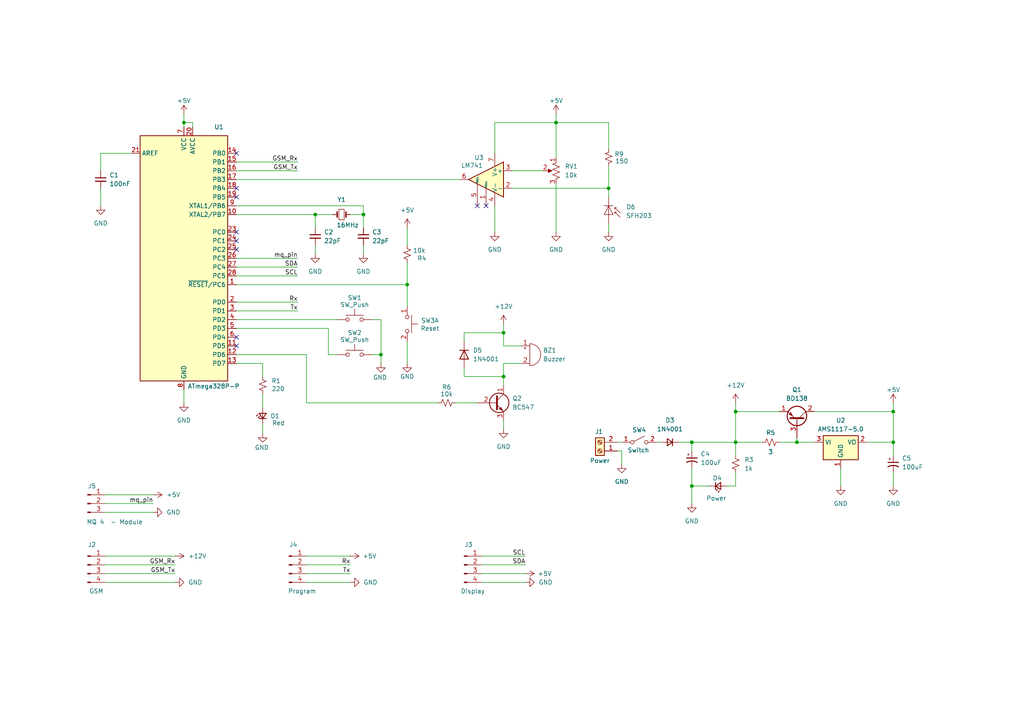
<source format=kicad_sch>
(kicad_sch (version 20231120) (generator "eeschema") (generator_version "8.0")
  (paper "A4")
  (lib_symbols
    (symbol "Amplifier_Operational:LM741" (pin_names (offset 0.127))
      (property "Reference" "U" (at 0 6.35 0))
      (property "Value" "LM741" (at 0 3.81 0))
      (symbol "LM741_0_1"
        (polyline (pts (xy -5.08 5.08) (xy 5.08 0) (xy -5.08 -5.08) (xy -5.08 5.08)) (stroke (width 0.254)) (fill (type background)))
      )
      (symbol "LM741_1_1"
        (pin input line (at 0 -7.62 90) (length 5.08) (name "NULL") (number "1"))
        (pin input line (at -7.62 -2.54 0) (length 2.54) (name "-") (number "2"))
        (pin input line (at -7.62 2.54 0) (length 2.54) (name "+") (number "3"))
        (pin power_in line (at -2.54 -7.62 90) (length 3.81) (name "V-") (number "4"))
        (pin input line (at 2.54 -7.62 90) (length 6.35) (name "NULL") (number "5"))
        (pin output line (at 7.62 0 180) (length 2.54) (name "~") (number "6"))
        (pin power_in line (at -2.54 7.62 270) (length 3.81) (name "V+") (number "7"))
        (pin no_connect line (at 0 2.54 270) (length 2.54) hide (name "NC") (number "8"))
      )
    )
    (symbol "Connector:Conn_01x03_Pin" (pin_names (offset 1.016) hide)
      (property "Reference" "J" (at 0 5.08 0))
      (property "Value" "Conn_01x03_Pin" (at 0 -5.08 0))
      (symbol "Conn_01x03_Pin_1_1"
        (polyline (pts (xy 1.27 -2.54) (xy 0.8636 -2.54)) (stroke (width 0.1524)))
        (polyline (pts (xy 1.27 0) (xy 0.8636 0)) (stroke (width 0.1524)))
        (polyline (pts (xy 1.27 2.54) (xy 0.8636 2.54)) (stroke (width 0.1524)))
        (rectangle (start 0.8636 -2.413) (end 0 -2.667) (stroke (width 0.1524)) (fill (type outline)))
        (rectangle (start 0.8636 0.127) (end 0 -0.127) (stroke (width 0.1524)) (fill (type outline)))
        (rectangle (start 0.8636 2.667) (end 0 2.413) (stroke (width 0.1524)) (fill (type outline)))
        (pin passive line (at 5.08 2.54 180) (length 3.81) (name "Pin_1") (number "1"))
        (pin passive line (at 5.08 0 180) (length 3.81) (name "Pin_2") (number "2"))
        (pin passive line (at 5.08 -2.54 180) (length 3.81) (name "Pin_3") (number "3"))
      )
    )
    (symbol "Connector:Conn_01x04_Pin" (pin_names (offset 1.016) hide)
      (property "Reference" "J" (at 0 5.08 0))
      (property "Value" "Conn_01x04_Pin" (at 0 -7.62 0))
      (symbol "Conn_01x04_Pin_1_1"
        (polyline (pts (xy 1.27 -5.08) (xy 0.8636 -5.08)) (stroke (width 0.1524)))
        (polyline (pts (xy 1.27 -2.54) (xy 0.8636 -2.54)) (stroke (width 0.1524)))
        (polyline (pts (xy 1.27 0) (xy 0.8636 0)) (stroke (width 0.1524)))
        (polyline (pts (xy 1.27 2.54) (xy 0.8636 2.54)) (stroke (width 0.1524)))
        (rectangle (start 0.8636 -4.953) (end 0 -5.207) (stroke (width 0.1524)) (fill (type outline)))
        (rectangle (start 0.8636 -2.413) (end 0 -2.667) (stroke (width 0.1524)) (fill (type outline)))
        (rectangle (start 0.8636 0.127) (end 0 -0.127) (stroke (width 0.1524)) (fill (type outline)))
        (rectangle (start 0.8636 2.667) (end 0 2.413) (stroke (width 0.1524)) (fill (type outline)))
        (pin passive line (at 5.08 2.54 180) (length 3.81) (name "Pin_1") (number "1"))
        (pin passive line (at 5.08 0 180) (length 3.81) (name "Pin_2") (number "2"))
        (pin passive line (at 5.08 -2.54 180) (length 3.81) (name "Pin_3") (number "3"))
        (pin passive line (at 5.08 -5.08 180) (length 3.81) (name "Pin_4") (number "4"))
      )
    )
    (symbol "Connector:Screw_Terminal_01x02" (pin_names (offset 1.016) hide)
      (property "Reference" "J" (at 0 2.54 0))
      (property "Value" "Screw_Terminal_01x02" (at 0 -5.08 0))
      (symbol "Screw_Terminal_01x02_1_1"
        (rectangle (start -1.27 1.27) (end 1.27 -3.81) (stroke (width 0.254)) (fill (type background)))
        (circle (center 0 -2.54) (radius 0.635) (stroke (width 0.1524)))
        (polyline (pts (xy -0.5334 -2.2098) (xy 0.3302 -3.048)) (stroke (width 0.1524)))
        (polyline (pts (xy -0.5334 0.3302) (xy 0.3302 -0.508)) (stroke (width 0.1524)))
        (polyline (pts (xy -0.3556 -2.032) (xy 0.508 -2.8702)) (stroke (width 0.1524)))
        (polyline (pts (xy -0.3556 0.508) (xy 0.508 -0.3302)) (stroke (width 0.1524)))
        (circle (center 0 0) (radius 0.635) (stroke (width 0.1524)))
        (pin passive line (at -5.08 0 0) (length 3.81) (name "Pin_1") (number "1"))
        (pin passive line (at -5.08 -2.54 0) (length 3.81) (name "Pin_2") (number "2"))
      )
    )
    (symbol "Device:Buzzer" (pin_names (offset 0.0254) hide)
      (property "Reference" "BZ" (at 3.81 1.27 0))
      (property "Value" "Buzzer" (at 3.81 -1.27 0))
      (symbol "Buzzer_0_1"
        (arc (start 0 -3.175) (mid 3.1612 0) (end 0 3.175))
        (polyline (pts (xy -1.651 1.905) (xy -1.143 1.905)))
        (polyline (pts (xy -1.397 2.159) (xy -1.397 1.651)))
        (polyline (pts (xy 0 3.175) (xy 0 -3.175)))
      )
      (symbol "Buzzer_1_1"
        (pin passive line (at -2.54 2.54 0) (length 2.54) (name "+") (number "1"))
        (pin passive line (at -2.54 -2.54 0) (length 2.54) (name "-") (number "2"))
      )
    )
    (symbol "Device:C_Polarized_Small_US" (pin_numbers hide) (pin_names (offset 0.254) hide)
      (property "Reference" "C" (at 0.254 1.778 0))
      (property "Value" "C_Polarized_Small_US" (at 0.254 -2.032 0))
      (symbol "C_Polarized_Small_US_0_1"
        (polyline (pts (xy -1.524 0.508) (xy 1.524 0.508)) (stroke (width 0.3048)))
        (polyline (pts (xy -1.27 1.524) (xy -0.762 1.524)))
        (polyline (pts (xy -1.016 1.27) (xy -1.016 1.778)))
        (arc (start 1.524 -0.762) (mid 0 -0.3734) (end -1.524 -0.762) (stroke (width 0.3048)))
      )
      (symbol "C_Polarized_Small_US_1_1"
        (pin passive line (at 0 2.54 270) (length 2.032) (name "~") (number "1"))
        (pin passive line (at 0 -2.54 90) (length 2.032) (name "~") (number "2"))
      )
    )
    (symbol "Device:C_Small" (pin_numbers hide) (pin_names (offset 0.254) hide)
      (property "Reference" "C" (at 0.254 1.778 0))
      (property "Value" "C_Small" (at 0.254 -2.032 0))
      (symbol "C_Small_0_1"
        (polyline (pts (xy -1.524 -0.508) (xy 1.524 -0.508)) (stroke (width 0.3302)))
        (polyline (pts (xy -1.524 0.508) (xy 1.524 0.508)) (stroke (width 0.3048)))
      )
      (symbol "C_Small_1_1"
        (pin passive line (at 0 2.54 270) (length 2.032) (name "~") (number "1"))
        (pin passive line (at 0 -2.54 90) (length 2.032) (name "~") (number "2"))
      )
    )
    (symbol "Device:Crystal_Small" (pin_numbers hide) (pin_names (offset 1.016) hide)
      (property "Reference" "Y" (at 0 2.54 0))
      (property "Value" "Crystal_Small" (at 0 -2.54 0))
      (symbol "Crystal_Small_0_1"
        (rectangle (start -0.762 -1.524) (end 0.762 1.524))
        (polyline (pts (xy -1.27 -0.762) (xy -1.27 0.762)) (stroke (width 0.381)))
        (polyline (pts (xy 1.27 -0.762) (xy 1.27 0.762)) (stroke (width 0.381)))
      )
      (symbol "Crystal_Small_1_1"
        (pin passive line (at -2.54 0 0) (length 1.27) (name "1") (number "1"))
        (pin passive line (at 2.54 0 180) (length 1.27) (name "2") (number "2"))
      )
    )
    (symbol "Device:D_Small" (pin_numbers hide) (pin_names (offset 0.254) hide)
      (property "Reference" "D" (at -1.27 2.032 0))
      (property "Value" "D_Small" (at -3.81 -2.032 0))
      (symbol "D_Small_0_1"
        (polyline (pts (xy -0.762 -1.016) (xy -0.762 1.016)) (stroke (width 0.254)))
        (polyline (pts (xy -0.762 0) (xy 0.762 0)))
        (polyline (pts (xy 0.762 -1.016) (xy -0.762 0) (xy 0.762 1.016) (xy 0.762 -1.016)) (stroke (width 0.254)))
      )
      (symbol "D_Small_1_1"
        (pin passive line (at -2.54 0 0) (length 1.778) (name "K") (number "1"))
        (pin passive line (at 2.54 0 180) (length 1.778) (name "A") (number "2"))
      )
    )
    (symbol "Device:LED_Small" (pin_numbers hide) (pin_names (offset 0.254) hide)
      (property "Reference" "D" (at -1.27 3.175 0))
      (property "Value" "LED_Small" (at -4.445 -2.54 0))
      (symbol "LED_Small_0_1"
        (polyline (pts (xy -0.762 -1.016) (xy -0.762 1.016)) (stroke (width 0.254)))
        (polyline (pts (xy 1.016 0) (xy -0.762 0)))
        (polyline (pts (xy 0.762 -1.016) (xy -0.762 0) (xy 0.762 1.016) (xy 0.762 -1.016)) (stroke (width 0.254)))
        (polyline (pts (xy 0 0.762) (xy -0.508 1.27) (xy -0.254 1.27) (xy -0.508 1.27) (xy -0.508 1.016)))
        (polyline (pts (xy 0.508 1.27) (xy 0 1.778) (xy 0.254 1.778) (xy 0 1.778) (xy 0 1.524)))
      )
      (symbol "LED_Small_1_1"
        (pin passive line (at -2.54 0 0) (length 1.778) (name "K") (number "1"))
        (pin passive line (at 2.54 0 180) (length 1.778) (name "A") (number "2"))
      )
    )
    (symbol "Device:R_Potentiometer_US" (pin_names (offset 1.016) hide)
      (property "Reference" "RV" (at -4.445 0 90))
      (property "Value" "R_Potentiometer_US" (at -2.54 0 90))
      (symbol "R_Potentiometer_US_0_1"
        (polyline (pts (xy 0 -2.286) (xy 0 -2.54)))
        (polyline (pts (xy 0 2.54) (xy 0 2.286)))
        (polyline (pts (xy 2.54 0) (xy 1.524 0)))
        (polyline (pts (xy 1.143 0) (xy 2.286 0.508) (xy 2.286 -0.508) (xy 1.143 0)) (fill (type outline)))
        (polyline (pts (xy 0 -0.762) (xy 1.016 -1.143) (xy 0 -1.524) (xy -1.016 -1.905) (xy 0 -2.286)))
        (polyline (pts (xy 0 0.762) (xy 1.016 0.381) (xy 0 0) (xy -1.016 -0.381) (xy 0 -0.762)))
        (polyline (pts (xy 0 2.286) (xy 1.016 1.905) (xy 0 1.524) (xy -1.016 1.143) (xy 0 0.762)))
      )
      (symbol "R_Potentiometer_US_1_1"
        (pin passive line (at 0 3.81 270) (length 1.27) (name "1") (number "1"))
        (pin passive line (at 3.81 0 180) (length 1.27) (name "2") (number "2"))
        (pin passive line (at 0 -3.81 90) (length 1.27) (name "3") (number "3"))
      )
    )
    (symbol "Device:R_Small_US" (pin_numbers hide) (pin_names (offset 0.254) hide)
      (property "Reference" "R" (at 0.762 0.508 0))
      (property "Value" "R_Small_US" (at 0.762 -1.016 0))
      (symbol "R_Small_US_1_1"
        (polyline (pts (xy 0 0) (xy 1.016 -0.381) (xy 0 -0.762) (xy -1.016 -1.143) (xy 0 -1.524)))
        (polyline (pts (xy 0 1.524) (xy 1.016 1.143) (xy 0 0.762) (xy -1.016 0.381) (xy 0 0)))
        (pin passive line (at 0 2.54 270) (length 1.016) (name "~") (number "1"))
        (pin passive line (at 0 -2.54 90) (length 1.016) (name "~") (number "2"))
      )
    )
    (symbol "Diode:1N4001" (pin_numbers hide) (pin_names hide)
      (property "Reference" "D" (at 0 2.54 0))
      (property "Value" "1N4001" (at 0 -2.54 0))
      (symbol "1N4001_0_1"
        (polyline (pts (xy -1.27 1.27) (xy -1.27 -1.27)) (stroke (width 0.254)))
        (polyline (pts (xy 1.27 0) (xy -1.27 0)))
        (polyline (pts (xy 1.27 1.27) (xy 1.27 -1.27) (xy -1.27 0) (xy 1.27 1.27)) (stroke (width 0.254)))
      )
      (symbol "1N4001_1_1"
        (pin passive line (at -3.81 0 0) (length 2.54) (name "K") (number "1"))
        (pin passive line (at 3.81 0 180) (length 2.54) (name "A") (number "2"))
      )
    )
    (symbol "MCU_Microchip_ATmega:ATmega328P-P"
      (property "Reference" "U" (at -12.7 36.83 0))
      (property "Value" "ATmega328P-P" (at 2.54 -36.83 0))
      (symbol "ATmega328P-P_0_1"
        (rectangle (start -12.7 -35.56) (end 12.7 35.56) (stroke (width 0.254)) (fill (type background)))
      )
      (symbol "ATmega328P-P_1_1"
        (pin bidirectional line (at 15.24 -7.62 180) (length 2.54) (name "~{RESET}/PC6") (number "1"))
        (pin bidirectional line (at 15.24 12.7 180) (length 2.54) (name "XTAL2/PB7") (number "10"))
        (pin bidirectional line (at 15.24 -25.4 180) (length 2.54) (name "PD5") (number "11"))
        (pin bidirectional line (at 15.24 -27.94 180) (length 2.54) (name "PD6") (number "12"))
        (pin bidirectional line (at 15.24 -30.48 180) (length 2.54) (name "PD7") (number "13"))
        (pin bidirectional line (at 15.24 30.48 180) (length 2.54) (name "PB0") (number "14"))
        (pin bidirectional line (at 15.24 27.94 180) (length 2.54) (name "PB1") (number "15"))
        (pin bidirectional line (at 15.24 25.4 180) (length 2.54) (name "PB2") (number "16"))
        (pin bidirectional line (at 15.24 22.86 180) (length 2.54) (name "PB3") (number "17"))
        (pin bidirectional line (at 15.24 20.32 180) (length 2.54) (name "PB4") (number "18"))
        (pin bidirectional line (at 15.24 17.78 180) (length 2.54) (name "PB5") (number "19"))
        (pin bidirectional line (at 15.24 -12.7 180) (length 2.54) (name "PD0") (number "2"))
        (pin power_in line (at 2.54 38.1 270) (length 2.54) (name "AVCC") (number "20"))
        (pin passive line (at -15.24 30.48 0) (length 2.54) (name "AREF") (number "21"))
        (pin passive line (at 0 -38.1 90) (length 2.54) hide (name "GND") (number "22"))
        (pin bidirectional line (at 15.24 7.62 180) (length 2.54) (name "PC0") (number "23"))
        (pin bidirectional line (at 15.24 5.08 180) (length 2.54) (name "PC1") (number "24"))
        (pin bidirectional line (at 15.24 2.54 180) (length 2.54) (name "PC2") (number "25"))
        (pin bidirectional line (at 15.24 0 180) (length 2.54) (name "PC3") (number "26"))
        (pin bidirectional line (at 15.24 -2.54 180) (length 2.54) (name "PC4") (number "27"))
        (pin bidirectional line (at 15.24 -5.08 180) (length 2.54) (name "PC5") (number "28"))
        (pin bidirectional line (at 15.24 -15.24 180) (length 2.54) (name "PD1") (number "3"))
        (pin bidirectional line (at 15.24 -17.78 180) (length 2.54) (name "PD2") (number "4"))
        (pin bidirectional line (at 15.24 -20.32 180) (length 2.54) (name "PD3") (number "5"))
        (pin bidirectional line (at 15.24 -22.86 180) (length 2.54) (name "PD4") (number "6"))
        (pin power_in line (at 0 38.1 270) (length 2.54) (name "VCC") (number "7"))
        (pin power_in line (at 0 -38.1 90) (length 2.54) (name "GND") (number "8"))
        (pin bidirectional line (at 15.24 15.24 180) (length 2.54) (name "XTAL1/PB6") (number "9"))
      )
    )
    (symbol "Regulator_Linear:AMS1117-5.0"
      (property "Reference" "U" (at -3.81 3.175 0))
      (property "Value" "AMS1117-5.0" (at 0 3.175 0))
      (symbol "AMS1117-5.0_0_1"
        (rectangle (start -5.08 -5.08) (end 5.08 1.905) (stroke (width 0.254)) (fill (type background)))
      )
      (symbol "AMS1117-5.0_1_1"
        (pin power_in line (at 0 -7.62 90) (length 2.54) (name "GND") (number "1"))
        (pin power_out line (at 7.62 0 180) (length 2.54) (name "VO") (number "2"))
        (pin power_in line (at -7.62 0 0) (length 2.54) (name "VI") (number "3"))
      )
    )
    (symbol "Sensor_Optical:SFH203" (pin_numbers hide) (pin_names hide)
      (property "Reference" "D" (at 0.508 1.778 0))
      (property "Value" "SFH203" (at -1.016 -2.794 0))
      (symbol "SFH203_0_1"
        (polyline (pts (xy -2.54 0) (xy 0 0)))
        (polyline (pts (xy -2.54 1.27) (xy -2.54 -1.27)) (stroke (width 0.1524)))
        (polyline (pts (xy -2.032 1.778) (xy -1.524 1.778)))
        (polyline (pts (xy 0 -1.27) (xy 0 1.27)))
        (polyline (pts (xy -0.508 3.302) (xy -2.032 1.778) (xy -2.032 2.286)))
        (polyline (pts (xy 0 1.27) (xy -2.54 0) (xy 0 -1.27)))
        (polyline (pts (xy 0.762 3.302) (xy -0.762 1.778) (xy -0.762 2.286) (xy -0.762 1.778) (xy -0.254 1.778)))
      )
      (symbol "SFH203_1_1"
        (pin passive line (at -5.08 0 0) (length 2.54) (name "K") (number "1"))
        (pin passive line (at 2.54 0 180) (length 2.54) (name "A") (number "2"))
      )
    )
    (symbol "Switch:SW_Push" (pin_numbers hide) (pin_names (offset 1.016) hide)
      (property "Reference" "SW" (at 1.27 2.54 0))
      (property "Value" "SW_Push" (at 0 -1.524 0))
      (symbol "SW_Push_0_1"
        (circle (center -2.032 0) (radius 0.508))
        (polyline (pts (xy 0 1.27) (xy 0 3.048)))
        (polyline (pts (xy 2.54 1.27) (xy -2.54 1.27)))
        (circle (center 2.032 0) (radius 0.508))
        (pin passive line (at -5.08 0 0) (length 2.54) (name "1") (number "1"))
        (pin passive line (at 5.08 0 180) (length 2.54) (name "2") (number "2"))
      )
    )
    (symbol "Switch:SW_Push_Dual_x2" (pin_names (offset 1.016) hide)
      (property "Reference" "SW" (at 1.27 2.54 0))
      (property "Value" "SW_Push_Dual_x2" (at 0 -1.524 0))
      (symbol "SW_Push_Dual_x2_0_1"
        (circle (center -2.032 0) (radius 0.508))
        (polyline (pts (xy 0 1.27) (xy 0 3.048)))
        (polyline (pts (xy 2.54 1.27) (xy -2.54 1.27)))
        (circle (center 2.032 0) (radius 0.508))
      )
      (symbol "SW_Push_Dual_x2_1_1"
        (pin passive line (at -5.08 0 0) (length 2.54) (name "C") (number "1"))
        (pin passive line (at 5.08 0 180) (length 2.54) (name "D") (number "2"))
      )
      (symbol "SW_Push_Dual_x2_2_1"
        (pin passive line (at -5.08 0 0) (length 2.54) (name "C") (number "3"))
        (pin passive line (at 5.08 0 180) (length 2.54) (name "D") (number "4"))
      )
    )
    (symbol "Switch:SW_SPST" (pin_names (offset 0) hide)
      (property "Reference" "SW" (at 0 3.175 0))
      (property "Value" "SW_SPST" (at 0 -2.54 0))
      (symbol "SW_SPST_0_0"
        (circle (center -2.032 0) (radius 0.508))
        (polyline (pts (xy -1.524 0.254) (xy 1.524 1.778)))
        (circle (center 2.032 0) (radius 0.508))
      )
      (symbol "SW_SPST_1_1"
        (pin passive line (at -5.08 0 0) (length 2.54) (name "A") (number "1"))
        (pin passive line (at 5.08 0 180) (length 2.54) (name "B") (number "2"))
      )
    )
    (symbol "Transistor_BJT:BC547" (pin_names (offset 0) hide)
      (property "Reference" "Q" (at 5.08 1.905 0))
      (property "Value" "BC547" (at 5.08 0 0))
      (symbol "BC547_0_1"
        (polyline (pts (xy 0 0) (xy 0.635 0)))
        (polyline (pts (xy 0.635 0.635) (xy 2.54 2.54)))
        (polyline (pts (xy 0.635 -0.635) (xy 2.54 -2.54) (xy 2.54 -2.54)))
        (polyline (pts (xy 0.635 1.905) (xy 0.635 -1.905) (xy 0.635 -1.905)) (stroke (width 0.508)))
        (polyline (pts (xy 1.27 -1.778) (xy 1.778 -1.27) (xy 2.286 -2.286) (xy 1.27 -1.778) (xy 1.27 -1.778)) (fill (type outline)))
        (circle (center 1.27 0) (radius 2.8194) (stroke (width 0.254)))
      )
      (symbol "BC547_1_1"
        (pin passive line (at 2.54 5.08 270) (length 2.54) (name "C") (number "1"))
        (pin input line (at -5.08 0 0) (length 5.08) (name "B") (number "2"))
        (pin passive line (at 2.54 -5.08 90) (length 2.54) (name "E") (number "3"))
      )
    )
    (symbol "Transistor_BJT:BD138" (pin_names (offset 0) hide)
      (property "Reference" "Q" (at 5.08 1.905 0))
      (property "Value" "BD138" (at 5.08 0 0))
      (symbol "BD138_0_1"
        (polyline (pts (xy 0 0) (xy 0.635 0)))
        (polyline (pts (xy 2.54 -2.54) (xy 0.635 -0.635)))
        (polyline (pts (xy 2.54 2.54) (xy 0.635 0.635)))
        (polyline (pts (xy 0.635 1.905) (xy 0.635 -1.905) (xy 0.635 -1.905)) (stroke (width 0.508)) (fill (type outline)))
        (polyline (pts (xy 1.778 -2.286) (xy 2.286 -1.778) (xy 1.27 -1.27) (xy 1.778 -2.286) (xy 1.778 -2.286)) (fill (type outline)))
        (circle (center 1.27 0) (radius 2.8194) (stroke (width 0.3048)))
      )
      (symbol "BD138_1_1"
        (pin passive line (at 2.54 -5.08 90) (length 2.54) (name "E") (number "1"))
        (pin passive line (at 2.54 5.08 270) (length 2.54) (name "C") (number "2"))
        (pin input line (at -5.08 0 0) (length 5.08) (name "B") (number "3"))
      )
    )
    (symbol "power:+12V" (power) (pin_numbers hide) (pin_names (offset 0) hide)
      (property "Value" "+12V" (at 0 3.556 0))
      (symbol "+12V_0_1"
        (polyline (pts (xy -0.762 1.27) (xy 0 2.54)))
        (polyline (pts (xy 0 0) (xy 0 2.54)))
        (polyline (pts (xy 0 2.54) (xy 0.762 1.27)))
      )
      (symbol "+12V_1_1"
        (pin power_in line (at 0 0 90) (length 0) (name "~") (number "1"))
      )
    )
    (symbol "power:+5V" (power) (pin_numbers hide) (pin_names (offset 0) hide)
      (property "Value" "+5V" (at 0 3.556 0))
      (symbol "+5V_0_1"
        (polyline (pts (xy -0.762 1.27) (xy 0 2.54)))
        (polyline (pts (xy 0 0) (xy 0 2.54)))
        (polyline (pts (xy 0 2.54) (xy 0.762 1.27)))
      )
      (symbol "+5V_1_1"
        (pin power_in line (at 0 0 90) (length 0) (name "~") (number "1"))
      )
    )
    (symbol "power:GND" (power) (pin_numbers hide) (pin_names (offset 0) hide)
      (property "Value" "GND" (at 0 -3.81 0))
      (symbol "GND_0_1"
        (polyline (pts (xy 0 0) (xy 0 -1.27) (xy 1.27 -1.27) (xy 0 -2.54) (xy -1.27 -1.27) (xy 0 -1.27)))
      )
      (symbol "GND_1_1"
        (pin power_in line (at 0 0 270) (length 0) (name "~") (number "1"))
      )
    )
  )
  (junction (at 53.34 35.56))
  (junction (at 91.44 62.23))
  (junction (at 200.66 140.97))
  (junction (at 200.66 128.27))
  (junction (at 259.08 119.38))
  (junction (at 231.14 128.27))
  (junction (at 118.11 82.55))
  (junction (at 146.05 96.52))
  (junction (at 213.36 128.27))
  (junction (at 259.08 128.27))
  (junction (at 110.49 102.87))
  (junction (at 105.41 62.23))
  (junction (at 146.05 109.22))
  (junction (at 161.29 35.56))
  (junction (at 213.36 119.38))
  (junction (at 176.53 54.61))
  (no_connect (at 138.43 59.69))
  (no_connect (at 68.58 97.79))
  (no_connect (at 68.58 57.15))
  (no_connect (at 68.58 44.45))
  (no_connect (at 68.58 67.31))
  (no_connect (at 68.58 69.85))
  (no_connect (at 68.58 54.61))
  (no_connect (at 68.58 100.33))
  (no_connect (at 68.58 72.39))
  (no_connect (at 140.97 59.69))
  (wire (pts (xy 118.11 82.55) (xy 118.11 88.9)))
  (wire (pts (xy 151.13 100.33) (xy 146.05 100.33)))
  (wire (pts (xy 146.05 93.98) (xy 146.05 96.52)))
  (wire (pts (xy 88.9 168.91) (xy 101.6 168.91)))
  (wire (pts (xy 88.9 102.87) (xy 88.9 116.84)))
  (wire (pts (xy 148.59 49.53) (xy 157.48 49.53)))
  (wire (pts (xy 68.58 102.87) (xy 88.9 102.87)))
  (wire (pts (xy 88.9 116.84) (xy 127 116.84)))
  (wire (pts (xy 176.53 48.26) (xy 176.53 54.61)))
  (wire (pts (xy 88.9 166.37) (xy 101.6 166.37)))
  (wire (pts (xy 213.36 119.38) (xy 226.06 119.38)))
  (wire (pts (xy 139.7 163.83) (xy 152.4 163.83)))
  (wire (pts (xy 68.58 87.63) (xy 86.36 87.63)))
  (wire (pts (xy 176.53 54.61) (xy 176.53 57.15)))
  (wire (pts (xy 213.36 140.97) (xy 213.36 137.16)))
  (wire (pts (xy 205.74 140.97) (xy 200.66 140.97)))
  (wire (pts (xy 200.66 128.27) (xy 200.66 130.81)))
  (wire (pts (xy 76.2 105.41) (xy 76.2 109.22)))
  (wire (pts (xy 107.95 102.87) (xy 110.49 102.87)))
  (wire (pts (xy 105.41 71.12) (xy 105.41 73.66)))
  (wire (pts (xy 176.53 64.77) (xy 176.53 67.31)))
  (wire (pts (xy 68.58 105.41) (xy 76.2 105.41)))
  (wire (pts (xy 259.08 137.16) (xy 259.08 140.97)))
  (wire (pts (xy 213.36 128.27) (xy 213.36 132.08)))
  (wire (pts (xy 53.34 35.56) (xy 53.34 36.83)))
  (wire (pts (xy 118.11 99.06) (xy 118.11 105.41)))
  (wire (pts (xy 30.48 161.29) (xy 50.8 161.29)))
  (wire (pts (xy 200.66 140.97) (xy 200.66 135.89)))
  (wire (pts (xy 146.05 105.41) (xy 146.05 109.22)))
  (wire (pts (xy 110.49 102.87) (xy 110.49 105.41)))
  (wire (pts (xy 30.48 163.83) (xy 50.8 163.83)))
  (wire (pts (xy 139.7 168.91) (xy 152.4 168.91)))
  (wire (pts (xy 146.05 100.33) (xy 146.05 96.52)))
  (wire (pts (xy 29.21 44.45) (xy 29.21 49.53)))
  (wire (pts (xy 29.21 54.61) (xy 29.21 59.69)))
  (wire (pts (xy 68.58 74.93) (xy 86.36 74.93)))
  (wire (pts (xy 259.08 128.27) (xy 259.08 132.08)))
  (wire (pts (xy 213.36 128.27) (xy 220.98 128.27)))
  (wire (pts (xy 259.08 116.84) (xy 259.08 119.38)))
  (wire (pts (xy 132.08 116.84) (xy 138.43 116.84)))
  (wire (pts (xy 180.34 128.27) (xy 179.07 128.27)))
  (wire (pts (xy 146.05 121.92) (xy 146.05 124.46)))
  (wire (pts (xy 68.58 95.25) (xy 95.25 95.25)))
  (wire (pts (xy 68.58 52.07) (xy 133.35 52.07)))
  (wire (pts (xy 161.29 33.02) (xy 161.29 35.56)))
  (wire (pts (xy 53.34 113.03) (xy 53.34 116.84)))
  (wire (pts (xy 30.48 148.59) (xy 44.45 148.59)))
  (wire (pts (xy 55.88 35.56) (xy 55.88 36.83)))
  (wire (pts (xy 213.36 119.38) (xy 213.36 128.27)))
  (wire (pts (xy 134.62 106.68) (xy 134.62 109.22)))
  (wire (pts (xy 243.84 135.89) (xy 243.84 140.97)))
  (wire (pts (xy 190.5 128.27) (xy 191.77 128.27)))
  (wire (pts (xy 259.08 119.38) (xy 259.08 128.27)))
  (wire (pts (xy 139.7 166.37) (xy 152.4 166.37)))
  (wire (pts (xy 68.58 62.23) (xy 91.44 62.23)))
  (wire (pts (xy 105.41 62.23) (xy 101.6 62.23)))
  (wire (pts (xy 88.9 163.83) (xy 101.6 163.83)))
  (wire (pts (xy 68.58 77.47) (xy 86.36 77.47)))
  (wire (pts (xy 139.7 161.29) (xy 152.4 161.29)))
  (wire (pts (xy 53.34 33.02) (xy 53.34 35.56)))
  (wire (pts (xy 176.53 54.61) (xy 148.59 54.61)))
  (wire (pts (xy 68.58 90.17) (xy 86.36 90.17)))
  (wire (pts (xy 146.05 109.22) (xy 146.05 111.76)))
  (wire (pts (xy 200.66 140.97) (xy 200.66 146.05)))
  (wire (pts (xy 105.41 59.69) (xy 105.41 62.23)))
  (wire (pts (xy 161.29 35.56) (xy 161.29 45.72)))
  (wire (pts (xy 30.48 146.05) (xy 44.45 146.05)))
  (wire (pts (xy 68.58 59.69) (xy 105.41 59.69)))
  (wire (pts (xy 68.58 82.55) (xy 118.11 82.55)))
  (wire (pts (xy 161.29 53.34) (xy 161.29 67.31)))
  (wire (pts (xy 176.53 43.18) (xy 176.53 35.56)))
  (wire (pts (xy 30.48 143.51) (xy 44.45 143.51)))
  (wire (pts (xy 95.25 95.25) (xy 95.25 102.87)))
  (wire (pts (xy 134.62 96.52) (xy 134.62 99.06)))
  (wire (pts (xy 143.51 59.69) (xy 143.51 67.31)))
  (wire (pts (xy 118.11 82.55) (xy 118.11 76.2)))
  (wire (pts (xy 226.06 128.27) (xy 231.14 128.27)))
  (wire (pts (xy 91.44 62.23) (xy 96.52 62.23)))
  (wire (pts (xy 30.48 168.91) (xy 50.8 168.91)))
  (wire (pts (xy 231.14 128.27) (xy 236.22 128.27)))
  (wire (pts (xy 180.34 130.81) (xy 180.34 134.62)))
  (wire (pts (xy 146.05 96.52) (xy 134.62 96.52)))
  (wire (pts (xy 76.2 114.3) (xy 76.2 118.11)))
  (wire (pts (xy 134.62 109.22) (xy 146.05 109.22)))
  (wire (pts (xy 143.51 35.56) (xy 161.29 35.56)))
  (wire (pts (xy 146.05 105.41) (xy 151.13 105.41)))
  (wire (pts (xy 236.22 119.38) (xy 259.08 119.38)))
  (wire (pts (xy 68.58 49.53) (xy 86.36 49.53)))
  (wire (pts (xy 88.9 161.29) (xy 101.6 161.29)))
  (wire (pts (xy 110.49 92.71) (xy 110.49 102.87)))
  (wire (pts (xy 143.51 44.45) (xy 143.51 35.56)))
  (wire (pts (xy 213.36 116.84) (xy 213.36 119.38)))
  (wire (pts (xy 251.46 128.27) (xy 259.08 128.27)))
  (wire (pts (xy 161.29 35.56) (xy 176.53 35.56)))
  (wire (pts (xy 196.85 128.27) (xy 200.66 128.27)))
  (wire (pts (xy 105.41 62.23) (xy 105.41 66.04)))
  (wire (pts (xy 68.58 92.71) (xy 97.79 92.71)))
  (wire (pts (xy 68.58 80.01) (xy 86.36 80.01)))
  (wire (pts (xy 210.82 140.97) (xy 213.36 140.97)))
  (wire (pts (xy 91.44 62.23) (xy 91.44 66.04)))
  (wire (pts (xy 231.14 127) (xy 231.14 128.27)))
  (wire (pts (xy 179.07 130.81) (xy 180.34 130.81)))
  (wire (pts (xy 76.2 123.19) (xy 76.2 125.73)))
  (wire (pts (xy 95.25 102.87) (xy 97.79 102.87)))
  (wire (pts (xy 53.34 35.56) (xy 55.88 35.56)))
  (wire (pts (xy 68.58 46.99) (xy 86.36 46.99)))
  (wire (pts (xy 118.11 71.12) (xy 118.11 66.04)))
  (wire (pts (xy 30.48 166.37) (xy 50.8 166.37)))
  (wire (pts (xy 38.1 44.45) (xy 29.21 44.45)))
  (wire (pts (xy 91.44 71.12) (xy 91.44 73.66)))
  (wire (pts (xy 200.66 128.27) (xy 213.36 128.27)))
  (wire (pts (xy 107.95 92.71) (xy 110.49 92.71)))
  (label "mq_pin" (at 86.36 74.93 180))
  (label "Rx" (at 86.36 87.63 180))
  (label "Tx" (at 101.6 166.37 180))
  (label "SCL" (at 86.36 80.01 180))
  (label "SDA" (at 152.4 163.83 180))
  (label "GSM_Rx" (at 86.36 46.99 180))
  (label "GSM_Rx" (at 50.8 163.83 180))
  (label "Tx" (at 86.36 90.17 180))
  (label "SCL" (at 152.4 161.29 180))
  (label "mq_pin" (at 44.45 146.05 180))
  (label "GSM_Tx" (at 86.36 49.53 180))
  (label "Rx" (at 101.6 163.83 180))
  (label "SDA" (at 86.36 77.47 180))
  (label "GSM_Tx" (at 50.8 166.37 180))
  (symbol (lib_id "Transistor_BJT:BD138") (at 231.14 121.92 270) (mirror x) (unit 1)
    (property "Reference" "Q1" (at 231.14 113.03 90))
    (property "Value" "BD138" (at 231.14 115.57 90))
    (property "Footprint" "Package_TO_SOT_THT:TO-126-3_Vertical" (effects (hide yes)))
    (property "Datasheet" "http://www.st.com/internet/com/TECHNICAL_RESOURCES/TECHNICAL_LITERATURE/DATASHEET/CD00001225.pdf" (effects (hide yes)))
    (property "Description" "1.5A Ic, 60V Vce, Low Voltage Transistor, TO-126" (effects (hide yes)))
  )
  (symbol (lib_id "power:+5V") (at 44.45 143.51 270) (unit 1)
    (property "Reference" "#PWR021" (effects (hide yes)))
    (property "Value" "+5V" (at 48.26 143.5099 90) (effects (justify left)))
    (property "Description" "Power symbol creates a global label with name \"+5V\"" (effects (hide yes)))
  )
  (symbol (lib_id "power:GND") (at 91.44 73.66 0) (unit 1)
    (property "Reference" "#PWR06" (effects (hide yes)))
    (property "Value" "GND" (at 91.44 78.74 0))
    (property "Description" "Power symbol creates a global label with name \"GND\" , ground" (effects (hide yes)))
  )
  (symbol (lib_id "Device:R_Small_US") (at 76.2 111.76 0) (unit 1)
    (property "Reference" "R1" (at 78.74 110.4899 0) (effects (justify left)))
    (property "Value" "220" (at 78.74 112.776 0) (effects (justify left)))
    (property "Footprint" "Resistor_THT:R_Axial_DIN0207_L6.3mm_D2.5mm_P10.16mm_Horizontal" (effects (hide yes)))
    (property "Description" "Resistor, small US symbol" (effects (hide yes)))
  )
  (symbol (lib_id "Device:C_Small") (at 105.41 68.58 0) (unit 1)
    (property "Reference" "C3" (at 107.95 67.3162 0) (effects (justify left)))
    (property "Value" "22pF" (at 107.95 69.8562 0) (effects (justify left)))
    (property "Footprint" "Capacitor_THT:C_Disc_D3.0mm_W1.6mm_P2.50mm" (effects (hide yes)))
    (property "Description" "Unpolarized capacitor, small symbol" (effects (hide yes)))
  )
  (symbol (lib_id "power:+5V") (at 53.34 33.02 0) (unit 1)
    (property "Reference" "#PWR02" (effects (hide yes)))
    (property "Value" "+5V" (at 53.34 29.21 0))
    (property "Description" "Power symbol creates a global label with name \"+5V\"" (effects (hide yes)))
  )
  (symbol (lib_id "power:GND") (at 152.4 168.91 90) (unit 1)
    (property "Reference" "#PWR022" (effects (hide yes)))
    (property "Value" "GND" (at 156.21 168.9099 90) (effects (justify right)))
    (property "Description" "Power symbol creates a global label with name \"GND\" , ground" (effects (hide yes)))
  )
  (symbol (lib_id "power:GND") (at 101.6 168.91 90) (unit 1)
    (property "Reference" "#PWR024" (effects (hide yes)))
    (property "Value" "GND" (at 105.41 168.9099 90) (effects (justify right)))
    (property "Description" "Power symbol creates a global label with name \"GND\" , ground" (effects (hide yes)))
  )
  (symbol (lib_id "Switch:SW_Push_Dual_x2") (at 118.11 93.98 270) (unit 1)
    (property "Reference" "SW3" (at 124.714 92.964 90))
    (property "Value" "Reset" (at 124.714 95.25 90))
    (property "Footprint" "Button_Switch_THT:SW_PUSH_6mm_H4.3mm" (effects (hide yes)))
    (property "Description" "Push button switch, generic, separate symbols, four pins" (effects (hide yes)))
  )
  (symbol (lib_id "power:GND") (at 44.45 148.59 90) (unit 1)
    (property "Reference" "#PWR026" (effects (hide yes)))
    (property "Value" "GND" (at 48.26 148.5899 90) (effects (justify right)))
    (property "Description" "Power symbol creates a global label with name \"GND\" , ground" (effects (hide yes)))
  )
  (symbol (lib_id "Device:R_Small_US") (at 176.53 45.72 0) (mirror x) (unit 1)
    (property "Reference" "R9" (at 179.578 44.704 0))
    (property "Value" "150" (at 180.34 46.736 0))
    (property "Footprint" "Resistor_THT:R_Axial_DIN0207_L6.3mm_D2.5mm_P10.16mm_Horizontal" (effects (hide yes)))
    (property "Description" "Resistor, small US symbol" (effects (hide yes)))
  )
  (symbol (lib_id "power:GND") (at 143.51 67.31 0) (mirror y) (unit 1)
    (property "Reference" "#PWR027" (effects (hide yes)))
    (property "Value" "GND" (at 143.51 72.39 0))
    (property "Description" "Power symbol creates a global label with name \"GND\" , ground" (effects (hide yes)))
  )
  (symbol (lib_id "Device:LED_Small") (at 208.28 140.97 0) (mirror x) (unit 1)
    (property "Reference" "D4" (at 208.026 138.684 0))
    (property "Value" "Power" (at 207.772 144.526 0))
    (property "Footprint" "LED_THT:LED_D3.0mm" (effects (hide yes)))
    (property "Description" "Light emitting diode, small symbol" (effects (hide yes)))
  )
  (symbol (lib_id "power:+5V") (at 101.6 161.29 270) (unit 1)
    (property "Reference" "#PWR023" (effects (hide yes)))
    (property "Value" "+5V" (at 107.188 161.29 90))
    (property "Description" "Power symbol creates a global label with name \"+5V\"" (effects (hide yes)))
  )
  (symbol (lib_id "Device:R_Small_US") (at 118.11 73.66 180) (unit 1)
    (property "Reference" "R4" (at 123.698 74.93 0) (effects (justify left)))
    (property "Value" "10k" (at 123.444 72.644 0) (effects (justify left)))
    (property "Footprint" "Resistor_THT:R_Axial_DIN0207_L6.3mm_D2.5mm_P10.16mm_Horizontal" (effects (hide yes)))
    (property "Description" "Resistor, small US symbol" (effects (hide yes)))
  )
  (symbol (lib_id "Device:R_Small_US") (at 129.54 116.84 90) (unit 1)
    (property "Reference" "R6" (at 129.54 112.268 90))
    (property "Value" "10k" (at 129.54 114.3 90))
    (property "Footprint" "Resistor_THT:R_Axial_DIN0207_L6.3mm_D2.5mm_P10.16mm_Horizontal" (effects (hide yes)))
    (property "Description" "Resistor, small US symbol" (effects (hide yes)))
  )
  (symbol (lib_id "power:GND") (at 243.84 140.97 0) (unit 1)
    (property "Reference" "#PWR015" (effects (hide yes)))
    (property "Value" "GND" (at 243.84 146.05 0))
    (property "Description" "Power symbol creates a global label with name \"GND\" , ground" (effects (hide yes)))
  )
  (symbol (lib_id "power:+5V") (at 161.29 33.02 0) (unit 1)
    (property "Reference" "#PWR028" (effects (hide yes)))
    (property "Value" "+5V" (at 161.29 29.21 0))
    (property "Description" "Power symbol creates a global label with name \"+5V\"" (effects (hide yes)))
  )
  (symbol (lib_id "Device:C_Polarized_Small_US") (at 259.08 134.62 0) (unit 1)
    (property "Reference" "C5" (at 261.62 132.9181 0) (effects (justify left)))
    (property "Value" "100uF" (at 261.62 135.4581 0) (effects (justify left)))
    (property "Footprint" "Capacitor_THT:CP_Radial_D5.0mm_P2.50mm" (effects (hide yes)))
    (property "Description" "Polarized capacitor, small US symbol" (effects (hide yes)))
  )
  (symbol (lib_id "Connector:Conn_01x03_Pin") (at 25.4 146.05 0) (unit 1)
    (property "Reference" "J5" (at 26.67 140.97 0))
    (property "Value" "MQ 4  - Module" (at 33.274 151.384 0))
    (property "Footprint" "Connector_PinHeader_2.54mm:PinHeader_1x03_P2.54mm_Vertical" (effects (hide yes)))
    (property "Description" "Generic connector, single row, 01x03, script generated" (effects (hide yes)))
  )
  (symbol (lib_id "power:+5V") (at 152.4 166.37 270) (unit 1)
    (property "Reference" "#PWR07" (effects (hide yes)))
    (property "Value" "+5V" (at 157.988 166.37 90))
    (property "Description" "Power symbol creates a global label with name \"+5V\"" (effects (hide yes)))
  )
  (symbol (lib_id "Device:D_Small") (at 194.31 128.27 180) (unit 1)
    (property "Reference" "D3" (at 194.31 121.92 0))
    (property "Value" "1N4001" (at 194.31 124.46 0))
    (property "Footprint" "Diode_THT:D_A-405_P10.16mm_Horizontal" (effects (hide yes)))
    (property "Description" "Diode, small symbol" (effects (hide yes)))
    (property "Sim.Device" "D" (effects (hide yes)))
    (property "Sim.Pins" "1=K 2=A" (effects (hide yes)))
  )
  (symbol (lib_id "power:GND") (at 161.29 67.31 0) (mirror y) (unit 1)
    (property "Reference" "#PWR029" (effects (hide yes)))
    (property "Value" "GND" (at 161.29 72.39 0))
    (property "Description" "Power symbol creates a global label with name \"GND\" , ground" (effects (hide yes)))
  )
  (symbol (lib_id "power:GND") (at 29.21 59.69 0) (unit 1)
    (property "Reference" "#PWR01" (effects (hide yes)))
    (property "Value" "GND" (at 29.21 64.77 0))
    (property "Description" "Power symbol creates a global label with name \"GND\" , ground" (effects (hide yes)))
  )
  (symbol (lib_id "Regulator_Linear:AMS1117-5.0") (at 243.84 128.27 0) (unit 1)
    (property "Reference" "U2" (at 243.84 121.92 0))
    (property "Value" "AMS1117-5.0" (at 243.84 124.46 0))
    (property "Footprint" "Package_TO_SOT_SMD:SOT-223-3_TabPin2" (effects (hide yes)))
    (property "Datasheet" "http://www.advanced-monolithic.com/pdf/ds1117.pdf" (effects (hide yes)))
    (property "Description" "1A Low Dropout regulator, positive, 5.0V fixed output, SOT-223" (effects (hide yes)))
  )
  (symbol (lib_id "power:GND") (at 105.41 73.66 0) (unit 1)
    (property "Reference" "#PWR08" (effects (hide yes)))
    (property "Value" "GND" (at 105.41 78.74 0))
    (property "Description" "Power symbol creates a global label with name \"GND\" , ground" (effects (hide yes)))
  )
  (symbol (lib_id "power:+12V") (at 50.8 161.29 270) (unit 1)
    (property "Reference" "#PWR025" (effects (hide yes)))
    (property "Value" "+12V" (at 54.61 161.2899 90) (effects (justify left)))
    (property "Description" "Power symbol creates a global label with name \"+12V\"" (effects (hide yes)))
  )
  (symbol (lib_id "Diode:1N4001") (at 134.62 102.87 270) (unit 1)
    (property "Reference" "D5" (at 137.16 101.5999 90) (effects (justify left)))
    (property "Value" "1N4001" (at 137.16 104.1399 90) (effects (justify left)))
    (property "Footprint" "Diode_THT:D_DO-41_SOD81_P10.16mm_Horizontal" (effects (hide yes)))
    (property "Datasheet" "http://www.vishay.com/docs/88503/1n4001.pdf" (effects (hide yes)))
    (property "Description" "50V 1A General Purpose Rectifier Diode, DO-41" (effects (hide yes)))
    (property "Sim.Device" "D" (effects (hide yes)))
    (property "Sim.Pins" "1=K 2=A" (effects (hide yes)))
  )
  (symbol (lib_id "power:+12V") (at 146.05 93.98 0) (unit 1)
    (property "Reference" "#PWR019" (effects (hide yes)))
    (property "Value" "+12V" (at 146.05 88.9 0))
    (property "Description" "Power symbol creates a global label with name \"+12V\"" (effects (hide yes)))
  )
  (symbol (lib_id "Device:C_Small") (at 29.21 52.07 0) (unit 1)
    (property "Reference" "C1" (at 31.75 50.8062 0) (effects (justify left)))
    (property "Value" "100nF" (at 31.75 53.3462 0) (effects (justify left)))
    (property "Footprint" "Capacitor_THT:C_Disc_D3.0mm_W1.6mm_P2.50mm" (effects (hide yes)))
    (property "Description" "Unpolarized capacitor, small symbol" (effects (hide yes)))
  )
  (symbol (lib_id "Connector:Conn_01x04_Pin") (at 134.62 163.83 0) (unit 1)
    (property "Reference" "J3" (at 135.89 157.988 0))
    (property "Value" "Display" (at 137.16 171.45 0))
    (property "Footprint" "Connector_PinHeader_2.54mm:PinHeader_1x04_P2.54mm_Vertical" (effects (hide yes)))
    (property "Description" "Generic connector, single row, 01x04, script generated" (effects (hide yes)))
  )
  (symbol (lib_id "Amplifier_Operational:LM741") (at 140.97 52.07 0) (mirror y) (unit 1)
    (property "Reference" "U3" (at 138.938 45.72 0))
    (property "Value" "LM741" (at 136.906 48.006 0))
    (property "Footprint" "Package_DIP:DIP-8_W7.62mm_LongPads" (effects (hide yes)))
    (property "Datasheet" "http://www.ti.com/lit/ds/symlink/lm741.pdf" (effects (hide yes)))
    (property "Description" "Operational Amplifier, DIP-8/TO-99-8" (effects (hide yes)))
  )
  (symbol (lib_id "Device:Buzzer") (at 153.67 102.87 0) (unit 1)
    (property "Reference" "BZ1" (at 157.48 101.5999 0) (effects (justify left)))
    (property "Value" "Buzzer" (at 157.48 104.1399 0) (effects (justify left)))
    (property "Footprint" "Connector_PinHeader_2.54mm:PinHeader_1x02_P2.54mm_Vertical" (effects (hide yes)))
    (property "Description" "Buzzer, polarized" (effects (hide yes)))
  )
  (symbol (lib_id "power:GND") (at 53.34 116.84 0) (unit 1)
    (property "Reference" "#PWR03" (effects (hide yes)))
    (property "Value" "GND" (at 53.34 121.92 0))
    (property "Description" "Power symbol creates a global label with name \"GND\" , ground" (effects (hide yes)))
  )
  (symbol (lib_id "Sensor_Optical:SFH203") (at 176.53 62.23 270) (unit 1)
    (property "Reference" "D6" (at 181.61 60.0328 90) (effects (justify left)))
    (property "Value" "SFH203" (at 181.61 62.5728 90) (effects (justify left)))
    (property "Footprint" "LED_THT:LED_D5.0mm_IRGrey" (effects (hide yes)))
    (property "Datasheet" "http://www.osram-os.com/Graphics/XPic9/00101656_0.pdf/SFH%20203,%20SFH%20203%20FA,%20Lead%20(Pb)%20Free%20Product%20-%20RoHS%20Compliant.pdf" (effects (hide yes)))
    (property "Description" "Silicon PIN Photodiode" (effects (hide yes)))
  )
  (symbol (lib_id "Connector:Conn_01x04_Pin") (at 83.82 163.83 0) (unit 1)
    (property "Reference" "J4" (at 85.09 157.988 0))
    (property "Value" "Program" (at 87.63 171.45 0))
    (property "Footprint" "Connector_PinHeader_2.54mm:PinHeader_1x04_P2.54mm_Vertical" (effects (hide yes)))
    (property "Description" "Generic connector, single row, 01x04, script generated" (effects (hide yes)))
  )
  (symbol (lib_id "Connector:Screw_Terminal_01x02") (at 173.99 130.81 180) (unit 1)
    (property "Reference" "J1" (at 173.736 125.222 0))
    (property "Value" "Power" (at 173.99 133.604 0))
    (property "Footprint" "TerminalBlock:TerminalBlock_bornier-2_P5.08mm" (effects (hide yes)))
    (property "Description" "Generic screw terminal, single row, 01x02, script generated (kicad-library-utils/schlib/autogen/connector/)" (effects (hide yes)))
  )
  (symbol (lib_id "Transistor_BJT:BC547") (at 143.51 116.84 0) (unit 1)
    (property "Reference" "Q2" (at 148.59 115.5699 0) (effects (justify left)))
    (property "Value" "BC547" (at 148.59 118.1099 0) (effects (justify left)))
    (property "Footprint" "Package_TO_SOT_THT:TO-92_Inline" (effects (hide yes)))
    (property "Datasheet" "https://www.onsemi.com/pub/Collateral/BC550-D.pdf" (effects (hide yes)))
    (property "Description" "0.1A Ic, 45V Vce, Small Signal NPN Transistor, TO-92" (effects (hide yes)))
  )
  (symbol (lib_id "power:GND") (at 259.08 140.97 0) (unit 1)
    (property "Reference" "#PWR017" (effects (hide yes)))
    (property "Value" "GND" (at 259.08 146.05 0))
    (property "Description" "Power symbol creates a global label with name \"GND\" , ground" (effects (hide yes)))
  )
  (symbol (lib_id "power:GND") (at 180.34 134.62 0) (unit 1)
    (property "Reference" "#PWR012" (effects (hide yes)))
    (property "Value" "GND" (at 180.34 139.7 0))
    (property "Description" "Power symbol creates a global label with name \"GND\" , ground" (effects (hide yes)))
  )
  (symbol (lib_id "Device:Crystal_Small") (at 99.06 62.23 0) (unit 1)
    (property "Reference" "Y1" (at 99.06 57.912 0))
    (property "Value" "16MHz" (at 100.838 65.278 0))
    (property "Footprint" "Crystal:Crystal_HC18-U_Vertical" (effects (hide yes)))
    (property "Description" "Two pin crystal, small symbol" (effects (hide yes)))
  )
  (symbol (lib_id "Device:R_Small_US") (at 213.36 134.62 0) (unit 1)
    (property "Reference" "R3" (at 215.9 133.3499 0) (effects (justify left)))
    (property "Value" "1k" (at 215.9 135.8899 0) (effects (justify left)))
    (property "Footprint" "Resistor_THT:R_Axial_DIN0207_L6.3mm_D2.5mm_P10.16mm_Horizontal" (effects (hide yes)))
    (property "Description" "Resistor, small US symbol" (effects (hide yes)))
  )
  (symbol (lib_id "Device:R_Potentiometer_US") (at 161.29 49.53 0) (mirror y) (unit 1)
    (property "Reference" "RV1" (at 163.83 48.2599 0) (effects (justify right)))
    (property "Value" "10k" (at 163.83 50.7999 0) (effects (justify right)))
    (property "Footprint" "Potentiometer_THT:Potentiometer_Runtron_RM-065_Vertical" (effects (hide yes)))
    (property "Description" "Potentiometer, US symbol" (effects (hide yes)))
  )
  (symbol (lib_id "Connector:Conn_01x04_Pin") (at 25.4 163.83 0) (unit 1)
    (property "Reference" "J2" (at 26.67 157.988 0))
    (property "Value" "GSM" (at 27.94 171.45 0))
    (property "Footprint" "Connector_PinHeader_2.54mm:PinHeader_1x04_P2.54mm_Vertical" (effects (hide yes)))
    (property "Description" "Generic connector, single row, 01x04, script generated" (effects (hide yes)))
  )
  (symbol (lib_id "Switch:SW_SPST") (at 185.42 128.27 0) (unit 1)
    (property "Reference" "SW4" (at 185.42 124.714 0))
    (property "Value" "Switch" (at 185.166 130.556 0))
    (property "Footprint" "TestPoint:TestPoint_2Pads_Pitch2.54mm_Drill0.8mm" (effects (hide yes)))
    (property "Description" "Single Pole Single Throw (SPST) switch" (effects (hide yes)))
  )
  (symbol (lib_id "Device:C_Polarized_Small_US") (at 200.66 133.35 0) (unit 1)
    (property "Reference" "C4" (at 203.2 131.6481 0) (effects (justify left)))
    (property "Value" "100uF" (at 203.2 134.1881 0) (effects (justify left)))
    (property "Footprint" "Capacitor_THT:CP_Radial_D5.0mm_P2.50mm" (effects (hide yes)))
    (property "Description" "Polarized capacitor, small US symbol" (effects (hide yes)))
  )
  (symbol (lib_id "power:GND") (at 146.05 124.46 0) (unit 1)
    (property "Reference" "#PWR020" (effects (hide yes)))
    (property "Value" "GND" (at 146.05 129.54 0))
    (property "Description" "Power symbol creates a global label with name \"GND\" , ground" (effects (hide yes)))
  )
  (symbol (lib_id "power:+5V") (at 118.11 66.04 0) (unit 1)
    (property "Reference" "#PWR010" (effects (hide yes)))
    (property "Value" "+5V" (at 118.11 60.96 0))
    (property "Description" "Power symbol creates a global label with name \"+5V\"" (effects (hide yes)))
  )
  (symbol (lib_id "Switch:SW_Push") (at 102.87 102.87 0) (unit 1)
    (property "Reference" "SW2" (at 102.87 96.52 0))
    (property "Value" "SW_Push" (at 102.87 98.552 0))
    (property "Footprint" "Connector_PinHeader_2.00mm:PinHeader_2x01_P2.00mm_Vertical" (effects (hide yes)))
    (property "Description" "Push button switch, generic, two pins" (effects (hide yes)))
  )
  (symbol (lib_id "Device:R_Small_US") (at 223.52 128.27 90) (unit 1)
    (property "Reference" "R5" (at 223.52 125.476 90))
    (property "Value" "3" (at 223.52 131.064 90))
    (property "Footprint" "Resistor_THT:R_Axial_DIN0207_L6.3mm_D2.5mm_P10.16mm_Horizontal" (effects (hide yes)))
    (property "Description" "Resistor, small US symbol" (effects (hide yes)))
  )
  (symbol (lib_id "power:GND") (at 50.8 168.91 90) (unit 1)
    (property "Reference" "#PWR018" (effects (hide yes)))
    (property "Value" "GND" (at 54.61 168.9099 90) (effects (justify right)))
    (property "Description" "Power symbol creates a global label with name \"GND\" , ground" (effects (hide yes)))
  )
  (symbol (lib_id "Device:LED_Small") (at 76.2 120.65 90) (unit 1)
    (property "Reference" "D1" (at 79.756 120.65 90))
    (property "Value" "Red" (at 80.772 122.682 90))
    (property "Footprint" "LED_THT:LED_D3.0mm_Clear" (effects (hide yes)))
    (property "Description" "Light emitting diode, small symbol" (effects (hide yes)))
  )
  (symbol (lib_id "power:GND") (at 76.2 125.73 0) (unit 1)
    (property "Reference" "#PWR04" (effects (hide yes)))
    (property "Value" "GND" (at 77.978 129.794 0) (effects (justify right)))
    (property "Description" "Power symbol creates a global label with name \"GND\" , ground" (effects (hide yes)))
  )
  (symbol (lib_id "power:GND") (at 118.11 105.41 0) (unit 1)
    (property "Reference" "#PWR011" (effects (hide yes)))
    (property "Value" "GND" (at 120.142 109.22 0) (effects (justify right)))
    (property "Description" "Power symbol creates a global label with name \"GND\" , ground" (effects (hide yes)))
  )
  (symbol (lib_id "Switch:SW_Push") (at 102.87 92.71 0) (unit 1)
    (property "Reference" "SW1" (at 102.87 86.36 0))
    (property "Value" "SW_Push" (at 102.87 88.392 0))
    (property "Footprint" "Connector_PinHeader_2.00mm:PinHeader_2x01_P2.00mm_Vertical" (effects (hide yes)))
    (property "Description" "Push button switch, generic, two pins" (effects (hide yes)))
  )
  (symbol (lib_id "power:GND") (at 176.53 67.31 0) (mirror y) (unit 1)
    (property "Reference" "#PWR030" (effects (hide yes)))
    (property "Value" "GND" (at 176.53 72.39 0))
    (property "Description" "Power symbol creates a global label with name \"GND\" , ground" (effects (hide yes)))
  )
  (symbol (lib_id "Device:C_Small") (at 91.44 68.58 0) (unit 1)
    (property "Reference" "C2" (at 93.98 67.3162 0) (effects (justify left)))
    (property "Value" "22pF" (at 93.98 69.8562 0) (effects (justify left)))
    (property "Footprint" "Capacitor_THT:C_Disc_D3.0mm_W1.6mm_P2.50mm" (effects (hide yes)))
    (property "Description" "Unpolarized capacitor, small symbol" (effects (hide yes)))
  )
  (symbol (lib_id "MCU_Microchip_ATmega:ATmega328P-P") (at 53.34 74.93 0) (unit 1)
    (property "Reference" "U1" (at 63.5 36.83 0))
    (property "Value" "ATmega328P-P" (at 61.976 112.014 0))
    (property "Footprint" "Package_DIP:DIP-28_W7.62mm" (effects (hide yes)))
    (property "Datasheet" "http://ww1.microchip.com/downloads/en/DeviceDoc/ATmega328_P%20AVR%20MCU%20with%20picoPower%20Technology%20Data%20Sheet%2040001984A.pdf" (effects (hide yes)))
    (property "Description" "20MHz, 32kB Flash, 2kB SRAM, 1kB EEPROM, DIP-28" (effects (hide yes)))
  )
  (symbol (lib_id "power:+5V") (at 259.08 116.84 0) (unit 1)
    (property "Reference" "#PWR016" (effects (hide yes)))
    (property "Value" "+5V" (at 259.08 113.03 0))
    (property "Description" "Power symbol creates a global label with name \"+5V\"" (effects (hide yes)))
  )
  (symbol (lib_id "power:GND") (at 110.49 105.41 0) (unit 1)
    (property "Reference" "#PWR09" (effects (hide yes)))
    (property "Value" "GND" (at 112.268 109.474 0) (effects (justify right)))
    (property "Description" "Power symbol creates a global label with name \"GND\" , ground" (effects (hide yes)))
  )
  (symbol (lib_id "power:GND") (at 200.66 146.05 0) (unit 1)
    (property "Reference" "#PWR013" (effects (hide yes)))
    (property "Value" "GND" (at 200.66 151.13 0))
    (property "Description" "Power symbol creates a global label with name \"GND\" , ground" (effects (hide yes)))
  )
  (symbol (lib_id "power:+12V") (at 213.36 116.84 0) (unit 1)
    (property "Reference" "#PWR014" (effects (hide yes)))
    (property "Value" "+12V" (at 213.36 111.76 0))
    (property "Description" "Power symbol creates a global label with name \"+12V\"" (effects (hide yes)))
  )
)
</source>
